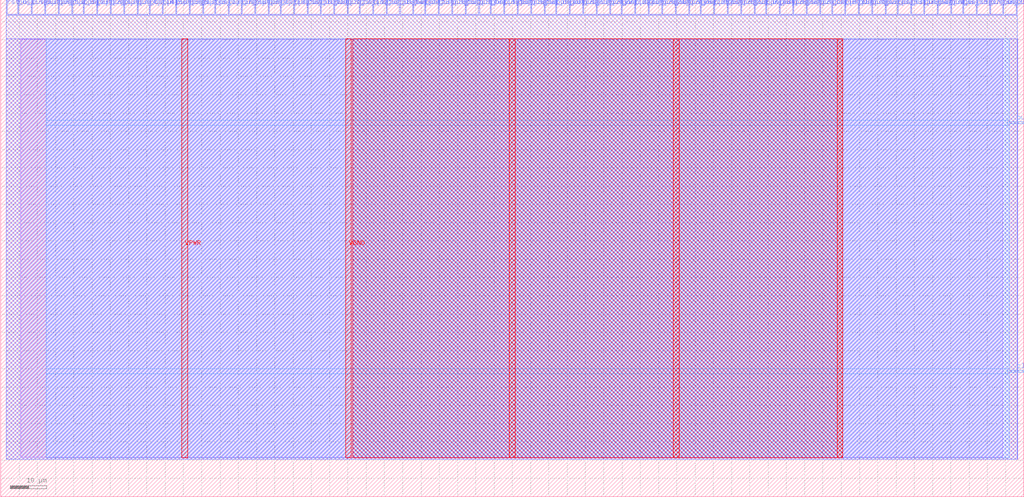
<source format=lef>
VERSION 5.7 ;
NOWIREEXTENSIONATPIN ON ;
DIVIDERCHAR "/" ;
BUSBITCHARS "[]" ;
MACRO fd_inline_1
  CLASS BLOCK ;
  FOREIGN fd_inline_1 ;
  ORIGIN 0.000 0.000 ;
  SIZE 280.000 BY 136.000 ;
  PIN bus_in[0]
    DIRECTION INPUT ;
    PORT 
      LAYER met2 ;
      RECT 4.690 132.000 4.970 136.000 ;
    END
  END bus_in[0]
  PIN bus_in[10]
    DIRECTION INPUT ;
    PORT 
      LAYER met2 ;
      RECT 76.450 132.000 76.730 136.000 ;
    END
  END bus_in[10]
  PIN bus_in[11]
    DIRECTION INPUT ;
    PORT 
      LAYER met2 ;
      RECT 83.810 132.000 84.090 136.000 ;
    END
  END bus_in[11]
  PIN bus_in[12]
    DIRECTION INPUT ;
    PORT 
      LAYER met2 ;
      RECT 91.170 132.000 91.450 136.000 ;
    END
  END bus_in[12]
  PIN bus_in[13]
    DIRECTION INPUT ;
    PORT 
      LAYER met2 ;
      RECT 98.070 132.000 98.350 136.000 ;
    END
  END bus_in[13]
  PIN bus_in[14]
    DIRECTION INPUT ;
    PORT 
      LAYER met2 ;
      RECT 105.430 132.000 105.710 136.000 ;
    END
  END bus_in[14]
  PIN bus_in[15]
    DIRECTION INPUT ;
    PORT 
      LAYER met2 ;
      RECT 112.790 132.000 113.070 136.000 ;
    END
  END bus_in[15]
  PIN bus_in[16]
    DIRECTION INPUT ;
    PORT 
      LAYER met2 ;
      RECT 119.690 132.000 119.970 136.000 ;
    END
  END bus_in[16]
  PIN bus_in[17]
    DIRECTION INPUT ;
    PORT 
      LAYER met2 ;
      RECT 127.050 132.000 127.330 136.000 ;
    END
  END bus_in[17]
  PIN bus_in[18]
    DIRECTION INPUT ;
    PORT 
      LAYER met2 ;
      RECT 133.950 132.000 134.230 136.000 ;
    END
  END bus_in[18]
  PIN bus_in[19]
    DIRECTION INPUT ;
    PORT 
      LAYER met2 ;
      RECT 141.310 132.000 141.590 136.000 ;
    END
  END bus_in[19]
  PIN bus_in[1]
    DIRECTION INPUT ;
    PORT 
      LAYER met2 ;
      RECT 12.050 132.000 12.330 136.000 ;
    END
  END bus_in[1]
  PIN bus_in[20]
    DIRECTION INPUT ;
    PORT 
      LAYER met2 ;
      RECT 148.670 132.000 148.950 136.000 ;
    END
  END bus_in[20]
  PIN bus_in[21]
    DIRECTION INPUT ;
    PORT 
      LAYER met2 ;
      RECT 155.570 132.000 155.850 136.000 ;
    END
  END bus_in[21]
  PIN bus_in[22]
    DIRECTION INPUT ;
    PORT 
      LAYER met2 ;
      RECT 162.930 132.000 163.210 136.000 ;
    END
  END bus_in[22]
  PIN bus_in[23]
    DIRECTION INPUT ;
    PORT 
      LAYER met2 ;
      RECT 169.830 132.000 170.110 136.000 ;
    END
  END bus_in[23]
  PIN bus_in[24]
    DIRECTION INPUT ;
    PORT 
      LAYER met2 ;
      RECT 177.190 132.000 177.470 136.000 ;
    END
  END bus_in[24]
  PIN bus_in[25]
    DIRECTION INPUT ;
    PORT 
      LAYER met2 ;
      RECT 184.550 132.000 184.830 136.000 ;
    END
  END bus_in[25]
  PIN bus_in[26]
    DIRECTION INPUT ;
    PORT 
      LAYER met2 ;
      RECT 191.450 132.000 191.730 136.000 ;
    END
  END bus_in[26]
  PIN bus_in[27]
    DIRECTION INPUT ;
    PORT 
      LAYER met2 ;
      RECT 198.810 132.000 199.090 136.000 ;
    END
  END bus_in[27]
  PIN bus_in[28]
    DIRECTION INPUT ;
    PORT 
      LAYER met2 ;
      RECT 206.170 132.000 206.450 136.000 ;
    END
  END bus_in[28]
  PIN bus_in[29]
    DIRECTION INPUT ;
    PORT 
      LAYER met2 ;
      RECT 213.070 132.000 213.350 136.000 ;
    END
  END bus_in[29]
  PIN bus_in[2]
    DIRECTION INPUT ;
    PORT 
      LAYER met2 ;
      RECT 19.410 132.000 19.690 136.000 ;
    END
  END bus_in[2]
  PIN bus_in[30]
    DIRECTION INPUT ;
    PORT 
      LAYER met2 ;
      RECT 220.430 132.000 220.710 136.000 ;
    END
  END bus_in[30]
  PIN bus_in[31]
    DIRECTION INPUT ;
    PORT 
      LAYER met2 ;
      RECT 227.330 132.000 227.610 136.000 ;
    END
  END bus_in[31]
  PIN bus_in[32]
    DIRECTION INPUT ;
    PORT 
      LAYER met2 ;
      RECT 234.690 132.000 234.970 136.000 ;
    END
  END bus_in[32]
  PIN bus_in[33]
    DIRECTION INPUT ;
    PORT 
      LAYER met2 ;
      RECT 242.050 132.000 242.330 136.000 ;
    END
  END bus_in[33]
  PIN bus_in[34]
    DIRECTION INPUT ;
    PORT 
      LAYER met2 ;
      RECT 248.950 132.000 249.230 136.000 ;
    END
  END bus_in[34]
  PIN bus_in[35]
    DIRECTION INPUT ;
    PORT 
      LAYER met2 ;
      RECT 256.310 132.000 256.590 136.000 ;
    END
  END bus_in[35]
  PIN bus_in[36]
    DIRECTION INPUT ;
    PORT 
      LAYER met2 ;
      RECT 259.990 132.000 260.270 136.000 ;
    END
  END bus_in[36]
  PIN bus_in[37]
    DIRECTION INPUT ;
    PORT 
      LAYER met2 ;
      RECT 263.210 132.000 263.490 136.000 ;
    END
  END bus_in[37]
  PIN bus_in[38]
    DIRECTION INPUT ;
    PORT 
      LAYER met2 ;
      RECT 266.890 132.000 267.170 136.000 ;
    END
  END bus_in[38]
  PIN bus_in[39]
    DIRECTION INPUT ;
    PORT 
      LAYER met2 ;
      RECT 270.570 132.000 270.850 136.000 ;
    END
  END bus_in[39]
  PIN bus_in[3]
    DIRECTION INPUT ;
    PORT 
      LAYER met2 ;
      RECT 26.310 132.000 26.590 136.000 ;
    END
  END bus_in[3]
  PIN bus_in[40]
    DIRECTION INPUT ;
    PORT 
      LAYER met2 ;
      RECT 274.250 132.000 274.530 136.000 ;
    END
  END bus_in[40]
  PIN bus_in[41]
    DIRECTION INPUT ;
    PORT 
      LAYER met2 ;
      RECT 277.930 132.000 278.210 136.000 ;
    END
  END bus_in[41]
  PIN bus_in[4]
    DIRECTION INPUT ;
    PORT 
      LAYER met2 ;
      RECT 33.670 132.000 33.950 136.000 ;
    END
  END bus_in[4]
  PIN bus_in[5]
    DIRECTION INPUT ;
    PORT 
      LAYER met2 ;
      RECT 40.570 132.000 40.850 136.000 ;
    END
  END bus_in[5]
  PIN bus_in[6]
    DIRECTION INPUT ;
    PORT 
      LAYER met2 ;
      RECT 47.930 132.000 48.210 136.000 ;
    END
  END bus_in[6]
  PIN bus_in[7]
    DIRECTION INPUT ;
    PORT 
      LAYER met2 ;
      RECT 55.290 132.000 55.570 136.000 ;
    END
  END bus_in[7]
  PIN bus_in[8]
    DIRECTION INPUT ;
    PORT 
      LAYER met2 ;
      RECT 62.190 132.000 62.470 136.000 ;
    END
  END bus_in[8]
  PIN bus_in[9]
    DIRECTION INPUT ;
    PORT 
      LAYER met2 ;
      RECT 69.550 132.000 69.830 136.000 ;
    END
  END bus_in[9]
  PIN bus_out[0]
    DIRECTION OUTPUT TRISTATE ;
    PORT 
      LAYER met2 ;
      RECT 8.370 132.000 8.650 136.000 ;
    END
  END bus_out[0]
  PIN bus_out[10]
    DIRECTION OUTPUT TRISTATE ;
    PORT 
      LAYER met2 ;
      RECT 80.130 132.000 80.410 136.000 ;
    END
  END bus_out[10]
  PIN bus_out[11]
    DIRECTION OUTPUT TRISTATE ;
    PORT 
      LAYER met2 ;
      RECT 87.490 132.000 87.770 136.000 ;
    END
  END bus_out[11]
  PIN bus_out[12]
    DIRECTION OUTPUT TRISTATE ;
    PORT 
      LAYER met2 ;
      RECT 94.850 132.000 95.130 136.000 ;
    END
  END bus_out[12]
  PIN bus_out[13]
    DIRECTION OUTPUT TRISTATE ;
    PORT 
      LAYER met2 ;
      RECT 101.750 132.000 102.030 136.000 ;
    END
  END bus_out[13]
  PIN bus_out[14]
    DIRECTION OUTPUT TRISTATE ;
    PORT 
      LAYER met2 ;
      RECT 109.110 132.000 109.390 136.000 ;
    END
  END bus_out[14]
  PIN bus_out[15]
    DIRECTION OUTPUT TRISTATE ;
    PORT 
      LAYER met2 ;
      RECT 116.010 132.000 116.290 136.000 ;
    END
  END bus_out[15]
  PIN bus_out[16]
    DIRECTION OUTPUT TRISTATE ;
    PORT 
      LAYER met2 ;
      RECT 123.370 132.000 123.650 136.000 ;
    END
  END bus_out[16]
  PIN bus_out[17]
    DIRECTION OUTPUT TRISTATE ;
    PORT 
      LAYER met2 ;
      RECT 130.730 132.000 131.010 136.000 ;
    END
  END bus_out[17]
  PIN bus_out[18]
    DIRECTION OUTPUT TRISTATE ;
    PORT 
      LAYER met2 ;
      RECT 137.630 132.000 137.910 136.000 ;
    END
  END bus_out[18]
  PIN bus_out[19]
    DIRECTION OUTPUT TRISTATE ;
    PORT 
      LAYER met2 ;
      RECT 144.990 132.000 145.270 136.000 ;
    END
  END bus_out[19]
  PIN bus_out[1]
    DIRECTION OUTPUT TRISTATE ;
    PORT 
      LAYER met2 ;
      RECT 15.730 132.000 16.010 136.000 ;
    END
  END bus_out[1]
  PIN bus_out[20]
    DIRECTION OUTPUT TRISTATE ;
    PORT 
      LAYER met2 ;
      RECT 151.890 132.000 152.170 136.000 ;
    END
  END bus_out[20]
  PIN bus_out[21]
    DIRECTION OUTPUT TRISTATE ;
    PORT 
      LAYER met2 ;
      RECT 159.250 132.000 159.530 136.000 ;
    END
  END bus_out[21]
  PIN bus_out[22]
    DIRECTION OUTPUT TRISTATE ;
    PORT 
      LAYER met2 ;
      RECT 166.610 132.000 166.890 136.000 ;
    END
  END bus_out[22]
  PIN bus_out[23]
    DIRECTION OUTPUT TRISTATE ;
    PORT 
      LAYER met2 ;
      RECT 173.510 132.000 173.790 136.000 ;
    END
  END bus_out[23]
  PIN bus_out[24]
    DIRECTION OUTPUT TRISTATE ;
    PORT 
      LAYER met2 ;
      RECT 180.870 132.000 181.150 136.000 ;
    END
  END bus_out[24]
  PIN bus_out[25]
    DIRECTION OUTPUT TRISTATE ;
    PORT 
      LAYER met2 ;
      RECT 188.230 132.000 188.510 136.000 ;
    END
  END bus_out[25]
  PIN bus_out[26]
    DIRECTION OUTPUT TRISTATE ;
    PORT 
      LAYER met2 ;
      RECT 195.130 132.000 195.410 136.000 ;
    END
  END bus_out[26]
  PIN bus_out[27]
    DIRECTION OUTPUT TRISTATE ;
    PORT 
      LAYER met2 ;
      RECT 202.490 132.000 202.770 136.000 ;
    END
  END bus_out[27]
  PIN bus_out[28]
    DIRECTION OUTPUT TRISTATE ;
    PORT 
      LAYER met2 ;
      RECT 209.390 132.000 209.670 136.000 ;
    END
  END bus_out[28]
  PIN bus_out[29]
    DIRECTION OUTPUT TRISTATE ;
    PORT 
      LAYER met2 ;
      RECT 216.750 132.000 217.030 136.000 ;
    END
  END bus_out[29]
  PIN bus_out[2]
    DIRECTION OUTPUT TRISTATE ;
    PORT 
      LAYER met2 ;
      RECT 22.630 132.000 22.910 136.000 ;
    END
  END bus_out[2]
  PIN bus_out[30]
    DIRECTION OUTPUT TRISTATE ;
    PORT 
      LAYER met2 ;
      RECT 224.110 132.000 224.390 136.000 ;
    END
  END bus_out[30]
  PIN bus_out[31]
    DIRECTION OUTPUT TRISTATE ;
    PORT 
      LAYER met2 ;
      RECT 231.010 132.000 231.290 136.000 ;
    END
  END bus_out[31]
  PIN bus_out[32]
    DIRECTION OUTPUT TRISTATE ;
    PORT 
      LAYER met2 ;
      RECT 238.370 132.000 238.650 136.000 ;
    END
  END bus_out[32]
  PIN bus_out[33]
    DIRECTION OUTPUT TRISTATE ;
    PORT 
      LAYER met2 ;
      RECT 245.270 132.000 245.550 136.000 ;
    END
  END bus_out[33]
  PIN bus_out[34]
    DIRECTION OUTPUT TRISTATE ;
    PORT 
      LAYER met2 ;
      RECT 252.630 132.000 252.910 136.000 ;
    END
  END bus_out[34]
  PIN bus_out[3]
    DIRECTION OUTPUT TRISTATE ;
    PORT 
      LAYER met2 ;
      RECT 29.990 132.000 30.270 136.000 ;
    END
  END bus_out[3]
  PIN bus_out[4]
    DIRECTION OUTPUT TRISTATE ;
    PORT 
      LAYER met2 ;
      RECT 37.350 132.000 37.630 136.000 ;
    END
  END bus_out[4]
  PIN bus_out[5]
    DIRECTION OUTPUT TRISTATE ;
    PORT 
      LAYER met2 ;
      RECT 44.250 132.000 44.530 136.000 ;
    END
  END bus_out[5]
  PIN bus_out[6]
    DIRECTION OUTPUT TRISTATE ;
    PORT 
      LAYER met2 ;
      RECT 51.610 132.000 51.890 136.000 ;
    END
  END bus_out[6]
  PIN bus_out[7]
    DIRECTION OUTPUT TRISTATE ;
    PORT 
      LAYER met2 ;
      RECT 58.510 132.000 58.790 136.000 ;
    END
  END bus_out[7]
  PIN bus_out[8]
    DIRECTION OUTPUT TRISTATE ;
    PORT 
      LAYER met2 ;
      RECT 65.870 132.000 66.150 136.000 ;
    END
  END bus_out[8]
  PIN bus_out[9]
    DIRECTION OUTPUT TRISTATE ;
    PORT 
      LAYER met2 ;
      RECT 73.230 132.000 73.510 136.000 ;
    END
  END bus_out[9]
  PIN clk_i
    DIRECTION INPUT ;
    PORT 
      LAYER met3 ;
      RECT 276.000 34.040 280.000 34.640 ;
    END
  END clk_i
  PIN out_o
    DIRECTION OUTPUT TRISTATE ;
    PORT 
      LAYER met3 ;
      RECT 276.000 102.040 280.000 102.640 ;
    END
  END out_o
  PIN rst_n_i
    DIRECTION INPUT ;
    PORT 
      LAYER met2 ;
      RECT 1.470 132.000 1.750 136.000 ;
    END
  END rst_n_i
  PIN VPWR
    DIRECTION INPUT ;
    USE POWER ;
    PORT 
      LAYER met4 ;
      RECT 139.2 10.64 140.8 125.36 ;
      RECT 228.853 10.64 230.453 125.36 ;
      RECT 49.545 10.640 51.145 125.360 ;
    END
  END VPWR
  PIN VGND
    DIRECTION INPUT ;
    USE GROUND ;
    PORT 
      LAYER met4 ;
      RECT 184.026 10.64 185.626 125.36 ;
      RECT 94.375 10.640 95.975 125.360 ;
    END
  END VGND
  OBS 
    LAYER li1 ;
    RECT 5.520 10.795 274.160 125.205 ;
    LAYER met1 ;
    RECT 1.450 10.240 278.230 125.360 ;
    LAYER met2 ;
    RECT 2.030 131.720 4.410 132.000 ;
    RECT 5.250 131.720 8.090 132.000 ;
    RECT 8.930 131.720 11.770 132.000 ;
    RECT 12.610 131.720 15.450 132.000 ;
    RECT 16.290 131.720 19.130 132.000 ;
    RECT 19.970 131.720 22.350 132.000 ;
    RECT 23.190 131.720 26.030 132.000 ;
    RECT 26.870 131.720 29.710 132.000 ;
    RECT 30.550 131.720 33.390 132.000 ;
    RECT 34.230 131.720 37.070 132.000 ;
    RECT 37.910 131.720 40.290 132.000 ;
    RECT 41.130 131.720 43.970 132.000 ;
    RECT 44.810 131.720 47.650 132.000 ;
    RECT 48.490 131.720 51.330 132.000 ;
    RECT 52.170 131.720 55.010 132.000 ;
    RECT 55.850 131.720 58.230 132.000 ;
    RECT 59.070 131.720 61.910 132.000 ;
    RECT 62.750 131.720 65.590 132.000 ;
    RECT 66.430 131.720 69.270 132.000 ;
    RECT 70.110 131.720 72.950 132.000 ;
    RECT 73.790 131.720 76.170 132.000 ;
    RECT 77.010 131.720 79.850 132.000 ;
    RECT 80.690 131.720 83.530 132.000 ;
    RECT 84.370 131.720 87.210 132.000 ;
    RECT 88.050 131.720 90.890 132.000 ;
    RECT 91.730 131.720 94.570 132.000 ;
    RECT 95.410 131.720 97.790 132.000 ;
    RECT 98.630 131.720 101.470 132.000 ;
    RECT 102.310 131.720 105.150 132.000 ;
    RECT 105.990 131.720 108.830 132.000 ;
    RECT 109.670 131.720 112.510 132.000 ;
    RECT 113.350 131.720 115.730 132.000 ;
    RECT 116.570 131.720 119.410 132.000 ;
    RECT 120.250 131.720 123.090 132.000 ;
    RECT 123.930 131.720 126.770 132.000 ;
    RECT 127.610 131.720 130.450 132.000 ;
    RECT 131.290 131.720 133.670 132.000 ;
    RECT 134.510 131.720 137.350 132.000 ;
    RECT 138.190 131.720 141.030 132.000 ;
    RECT 141.870 131.720 144.710 132.000 ;
    RECT 145.550 131.720 148.390 132.000 ;
    RECT 149.230 131.720 151.610 132.000 ;
    RECT 152.450 131.720 155.290 132.000 ;
    RECT 156.130 131.720 158.970 132.000 ;
    RECT 159.810 131.720 162.650 132.000 ;
    RECT 163.490 131.720 166.330 132.000 ;
    RECT 167.170 131.720 169.550 132.000 ;
    RECT 170.390 131.720 173.230 132.000 ;
    RECT 174.070 131.720 176.910 132.000 ;
    RECT 177.750 131.720 180.590 132.000 ;
    RECT 181.430 131.720 184.270 132.000 ;
    RECT 185.110 131.720 187.950 132.000 ;
    RECT 188.790 131.720 191.170 132.000 ;
    RECT 192.010 131.720 194.850 132.000 ;
    RECT 195.690 131.720 198.530 132.000 ;
    RECT 199.370 131.720 202.210 132.000 ;
    RECT 203.050 131.720 205.890 132.000 ;
    RECT 206.730 131.720 209.110 132.000 ;
    RECT 209.950 131.720 212.790 132.000 ;
    RECT 213.630 131.720 216.470 132.000 ;
    RECT 217.310 131.720 220.150 132.000 ;
    RECT 220.990 131.720 223.830 132.000 ;
    RECT 224.670 131.720 227.050 132.000 ;
    RECT 227.890 131.720 230.730 132.000 ;
    RECT 231.570 131.720 234.410 132.000 ;
    RECT 235.250 131.720 238.090 132.000 ;
    RECT 238.930 131.720 241.770 132.000 ;
    RECT 242.610 131.720 244.990 132.000 ;
    RECT 245.830 131.720 248.670 132.000 ;
    RECT 249.510 131.720 252.350 132.000 ;
    RECT 253.190 131.720 256.030 132.000 ;
    RECT 256.870 131.720 259.710 132.000 ;
    RECT 260.550 131.720 262.930 132.000 ;
    RECT 263.770 131.720 266.610 132.000 ;
    RECT 267.450 131.720 270.290 132.000 ;
    RECT 271.130 131.720 273.970 132.000 ;
    RECT 274.810 131.720 277.650 132.000 ;
    RECT 1.480 10.210 278.200 131.720 ;
    LAYER met3 ;
    RECT 12.485 103.040 276.000 125.285 ;
    RECT 12.485 101.640 275.600 103.040 ;
    RECT 12.485 35.040 276.000 101.640 ;
    RECT 12.485 33.640 275.600 35.040 ;
    RECT 12.485 10.715 276.000 33.640 ;
    LAYER met4 ;
    RECT 96.375 10.640 230.450 125.360 ;
  END
END fd_inline_1
END LIBRARY

</source>
